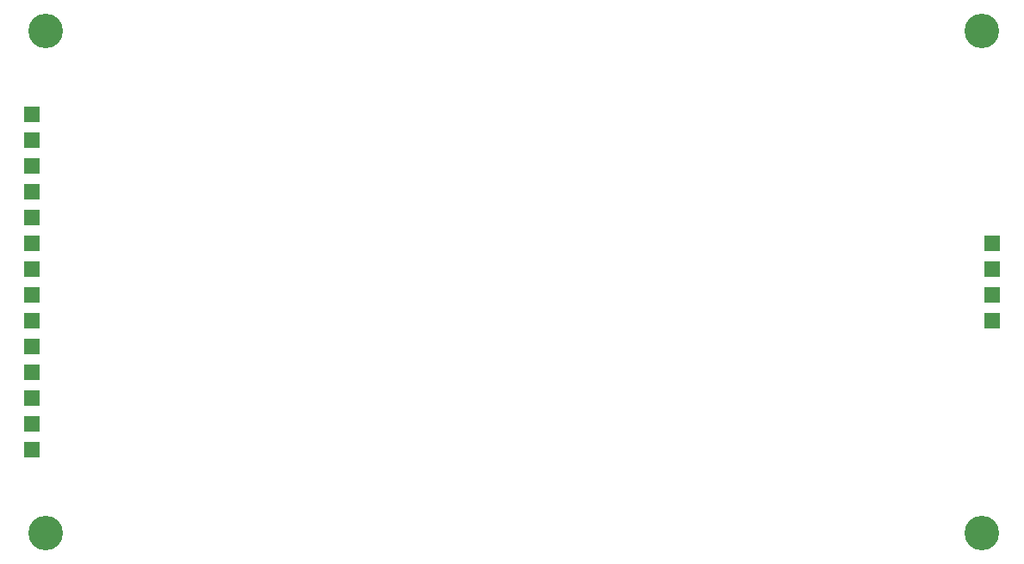
<source format=gbr>
%TF.GenerationSoftware,KiCad,Pcbnew,(5.1.12)-1*%
%TF.CreationDate,2022-08-08T15:47:42+09:00*%
%TF.ProjectId,LCD_module,4c43445f-6d6f-4647-956c-652e6b696361,rev?*%
%TF.SameCoordinates,Original*%
%TF.FileFunction,Soldermask,Top*%
%TF.FilePolarity,Negative*%
%FSLAX46Y46*%
G04 Gerber Fmt 4.6, Leading zero omitted, Abs format (unit mm)*
G04 Created by KiCad (PCBNEW (5.1.12)-1) date 2022-08-08 15:47:42*
%MOMM*%
%LPD*%
G01*
G04 APERTURE LIST*
%ADD10C,3.400000*%
%ADD11R,1.500000X1.500000*%
G04 APERTURE END LIST*
D10*
%TO.C,U3*%
X105825001Y-62305001D03*
X105825001Y-111805001D03*
X197825001Y-111805001D03*
X197825001Y-62305001D03*
D11*
X104454001Y-70545001D03*
X104454001Y-73085001D03*
X104454001Y-75625001D03*
X104454001Y-78165001D03*
X104454001Y-80705001D03*
X104454001Y-83245001D03*
X104454001Y-85785001D03*
X104454001Y-88325001D03*
X104454001Y-90865001D03*
X104454001Y-93405001D03*
X104454001Y-95945001D03*
X104454001Y-98485001D03*
X104454001Y-101025001D03*
X104454001Y-103565001D03*
X198815001Y-83245001D03*
X198815001Y-85785001D03*
X198815001Y-88325001D03*
X198815001Y-90865001D03*
%TD*%
M02*

</source>
